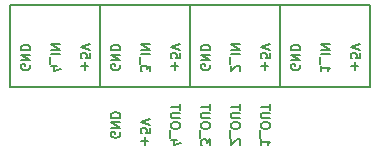
<source format=gbo>
G04 #@! TF.FileFunction,Legend,Bot*
%FSLAX46Y46*%
G04 Gerber Fmt 4.6, Leading zero omitted, Abs format (unit mm)*
G04 Created by KiCad (PCBNEW 4.0.6) date Wednesday, December 20, 2017 'PMt' 01:59:56 PM*
%MOMM*%
%LPD*%
G01*
G04 APERTURE LIST*
%ADD10C,0.100000*%
%ADD11C,0.200000*%
G04 APERTURE END LIST*
D10*
D11*
X143510000Y-100330000D02*
X151130000Y-100330000D01*
X143510000Y-107315000D02*
X143510000Y-100330000D01*
X151130000Y-107315000D02*
X143510000Y-107315000D01*
X151130000Y-107315000D02*
X158750000Y-107315000D01*
X151130000Y-100330000D02*
X151130000Y-107315000D01*
X158750000Y-100330000D02*
X151130000Y-100330000D01*
X158750000Y-107315000D02*
X166370000Y-107315000D01*
X158750000Y-100330000D02*
X158750000Y-107315000D01*
X159385000Y-100330000D02*
X158750000Y-100330000D01*
X166370000Y-100330000D02*
X159385000Y-100330000D01*
X173990000Y-100330000D02*
X166370000Y-100330000D01*
X173990000Y-107315000D02*
X173990000Y-100330000D01*
X166370000Y-107315000D02*
X173990000Y-107315000D01*
X166370000Y-100330000D02*
X166370000Y-107315000D01*
X164738095Y-111709047D02*
X164738095Y-112166190D01*
X164738095Y-111937619D02*
X165538095Y-111937619D01*
X165423810Y-112013809D01*
X165347619Y-112090000D01*
X165309524Y-112166190D01*
X164661905Y-111556666D02*
X164661905Y-110947142D01*
X165538095Y-110604285D02*
X165538095Y-110451904D01*
X165500000Y-110375713D01*
X165423810Y-110299523D01*
X165271429Y-110261428D01*
X165004762Y-110261428D01*
X164852381Y-110299523D01*
X164776190Y-110375713D01*
X164738095Y-110451904D01*
X164738095Y-110604285D01*
X164776190Y-110680475D01*
X164852381Y-110756666D01*
X165004762Y-110794761D01*
X165271429Y-110794761D01*
X165423810Y-110756666D01*
X165500000Y-110680475D01*
X165538095Y-110604285D01*
X165538095Y-109918571D02*
X164890476Y-109918571D01*
X164814286Y-109880476D01*
X164776190Y-109842380D01*
X164738095Y-109766190D01*
X164738095Y-109613809D01*
X164776190Y-109537618D01*
X164814286Y-109499523D01*
X164890476Y-109461428D01*
X165538095Y-109461428D01*
X165538095Y-109194762D02*
X165538095Y-108737619D01*
X164738095Y-108966190D02*
X165538095Y-108966190D01*
X162921905Y-112166190D02*
X162960000Y-112128095D01*
X162998095Y-112051904D01*
X162998095Y-111861428D01*
X162960000Y-111785238D01*
X162921905Y-111747142D01*
X162845714Y-111709047D01*
X162769524Y-111709047D01*
X162655238Y-111747142D01*
X162198095Y-112204285D01*
X162198095Y-111709047D01*
X162121905Y-111556666D02*
X162121905Y-110947142D01*
X162998095Y-110604285D02*
X162998095Y-110451904D01*
X162960000Y-110375713D01*
X162883810Y-110299523D01*
X162731429Y-110261428D01*
X162464762Y-110261428D01*
X162312381Y-110299523D01*
X162236190Y-110375713D01*
X162198095Y-110451904D01*
X162198095Y-110604285D01*
X162236190Y-110680475D01*
X162312381Y-110756666D01*
X162464762Y-110794761D01*
X162731429Y-110794761D01*
X162883810Y-110756666D01*
X162960000Y-110680475D01*
X162998095Y-110604285D01*
X162998095Y-109918571D02*
X162350476Y-109918571D01*
X162274286Y-109880476D01*
X162236190Y-109842380D01*
X162198095Y-109766190D01*
X162198095Y-109613809D01*
X162236190Y-109537618D01*
X162274286Y-109499523D01*
X162350476Y-109461428D01*
X162998095Y-109461428D01*
X162998095Y-109194762D02*
X162998095Y-108737619D01*
X162198095Y-108966190D02*
X162998095Y-108966190D01*
X160458095Y-112204285D02*
X160458095Y-111709047D01*
X160153333Y-111975714D01*
X160153333Y-111861428D01*
X160115238Y-111785238D01*
X160077143Y-111747142D01*
X160000952Y-111709047D01*
X159810476Y-111709047D01*
X159734286Y-111747142D01*
X159696190Y-111785238D01*
X159658095Y-111861428D01*
X159658095Y-112090000D01*
X159696190Y-112166190D01*
X159734286Y-112204285D01*
X159581905Y-111556666D02*
X159581905Y-110947142D01*
X160458095Y-110604285D02*
X160458095Y-110451904D01*
X160420000Y-110375713D01*
X160343810Y-110299523D01*
X160191429Y-110261428D01*
X159924762Y-110261428D01*
X159772381Y-110299523D01*
X159696190Y-110375713D01*
X159658095Y-110451904D01*
X159658095Y-110604285D01*
X159696190Y-110680475D01*
X159772381Y-110756666D01*
X159924762Y-110794761D01*
X160191429Y-110794761D01*
X160343810Y-110756666D01*
X160420000Y-110680475D01*
X160458095Y-110604285D01*
X160458095Y-109918571D02*
X159810476Y-109918571D01*
X159734286Y-109880476D01*
X159696190Y-109842380D01*
X159658095Y-109766190D01*
X159658095Y-109613809D01*
X159696190Y-109537618D01*
X159734286Y-109499523D01*
X159810476Y-109461428D01*
X160458095Y-109461428D01*
X160458095Y-109194762D02*
X160458095Y-108737619D01*
X159658095Y-108966190D02*
X160458095Y-108966190D01*
X157651429Y-111785238D02*
X157118095Y-111785238D01*
X157956190Y-111975714D02*
X157384762Y-112166190D01*
X157384762Y-111670952D01*
X157041905Y-111556666D02*
X157041905Y-110947142D01*
X157918095Y-110604285D02*
X157918095Y-110451904D01*
X157880000Y-110375713D01*
X157803810Y-110299523D01*
X157651429Y-110261428D01*
X157384762Y-110261428D01*
X157232381Y-110299523D01*
X157156190Y-110375713D01*
X157118095Y-110451904D01*
X157118095Y-110604285D01*
X157156190Y-110680475D01*
X157232381Y-110756666D01*
X157384762Y-110794761D01*
X157651429Y-110794761D01*
X157803810Y-110756666D01*
X157880000Y-110680475D01*
X157918095Y-110604285D01*
X157918095Y-109918571D02*
X157270476Y-109918571D01*
X157194286Y-109880476D01*
X157156190Y-109842380D01*
X157118095Y-109766190D01*
X157118095Y-109613809D01*
X157156190Y-109537618D01*
X157194286Y-109499523D01*
X157270476Y-109461428D01*
X157918095Y-109461428D01*
X157918095Y-109194762D02*
X157918095Y-108737619D01*
X157118095Y-108966190D02*
X157918095Y-108966190D01*
X172662857Y-105803571D02*
X172662857Y-105194047D01*
X172358095Y-105498809D02*
X172967619Y-105498809D01*
X173158095Y-104432142D02*
X173158095Y-104813095D01*
X172777143Y-104851190D01*
X172815238Y-104813095D01*
X172853333Y-104736904D01*
X172853333Y-104546428D01*
X172815238Y-104470238D01*
X172777143Y-104432142D01*
X172700952Y-104394047D01*
X172510476Y-104394047D01*
X172434286Y-104432142D01*
X172396190Y-104470238D01*
X172358095Y-104546428D01*
X172358095Y-104736904D01*
X172396190Y-104813095D01*
X172434286Y-104851190D01*
X173158095Y-104165476D02*
X172358095Y-103898809D01*
X173158095Y-103632142D01*
X168040000Y-105384523D02*
X168078095Y-105460714D01*
X168078095Y-105574999D01*
X168040000Y-105689285D01*
X167963810Y-105765476D01*
X167887619Y-105803571D01*
X167735238Y-105841666D01*
X167620952Y-105841666D01*
X167468571Y-105803571D01*
X167392381Y-105765476D01*
X167316190Y-105689285D01*
X167278095Y-105574999D01*
X167278095Y-105498809D01*
X167316190Y-105384523D01*
X167354286Y-105346428D01*
X167620952Y-105346428D01*
X167620952Y-105498809D01*
X167278095Y-105003571D02*
X168078095Y-105003571D01*
X167278095Y-104546428D01*
X168078095Y-104546428D01*
X167278095Y-104165476D02*
X168078095Y-104165476D01*
X168078095Y-103975000D01*
X168040000Y-103860714D01*
X167963810Y-103784523D01*
X167887619Y-103746428D01*
X167735238Y-103708333D01*
X167620952Y-103708333D01*
X167468571Y-103746428D01*
X167392381Y-103784523D01*
X167316190Y-103860714D01*
X167278095Y-103975000D01*
X167278095Y-104165476D01*
X165042857Y-105803571D02*
X165042857Y-105194047D01*
X164738095Y-105498809D02*
X165347619Y-105498809D01*
X165538095Y-104432142D02*
X165538095Y-104813095D01*
X165157143Y-104851190D01*
X165195238Y-104813095D01*
X165233333Y-104736904D01*
X165233333Y-104546428D01*
X165195238Y-104470238D01*
X165157143Y-104432142D01*
X165080952Y-104394047D01*
X164890476Y-104394047D01*
X164814286Y-104432142D01*
X164776190Y-104470238D01*
X164738095Y-104546428D01*
X164738095Y-104736904D01*
X164776190Y-104813095D01*
X164814286Y-104851190D01*
X165538095Y-104165476D02*
X164738095Y-103898809D01*
X165538095Y-103632142D01*
X160420000Y-105384523D02*
X160458095Y-105460714D01*
X160458095Y-105574999D01*
X160420000Y-105689285D01*
X160343810Y-105765476D01*
X160267619Y-105803571D01*
X160115238Y-105841666D01*
X160000952Y-105841666D01*
X159848571Y-105803571D01*
X159772381Y-105765476D01*
X159696190Y-105689285D01*
X159658095Y-105574999D01*
X159658095Y-105498809D01*
X159696190Y-105384523D01*
X159734286Y-105346428D01*
X160000952Y-105346428D01*
X160000952Y-105498809D01*
X159658095Y-105003571D02*
X160458095Y-105003571D01*
X159658095Y-104546428D01*
X160458095Y-104546428D01*
X159658095Y-104165476D02*
X160458095Y-104165476D01*
X160458095Y-103975000D01*
X160420000Y-103860714D01*
X160343810Y-103784523D01*
X160267619Y-103746428D01*
X160115238Y-103708333D01*
X160000952Y-103708333D01*
X159848571Y-103746428D01*
X159772381Y-103784523D01*
X159696190Y-103860714D01*
X159658095Y-103975000D01*
X159658095Y-104165476D01*
X157422857Y-105803571D02*
X157422857Y-105194047D01*
X157118095Y-105498809D02*
X157727619Y-105498809D01*
X157918095Y-104432142D02*
X157918095Y-104813095D01*
X157537143Y-104851190D01*
X157575238Y-104813095D01*
X157613333Y-104736904D01*
X157613333Y-104546428D01*
X157575238Y-104470238D01*
X157537143Y-104432142D01*
X157460952Y-104394047D01*
X157270476Y-104394047D01*
X157194286Y-104432142D01*
X157156190Y-104470238D01*
X157118095Y-104546428D01*
X157118095Y-104736904D01*
X157156190Y-104813095D01*
X157194286Y-104851190D01*
X157918095Y-104165476D02*
X157118095Y-103898809D01*
X157918095Y-103632142D01*
X152800000Y-105384523D02*
X152838095Y-105460714D01*
X152838095Y-105574999D01*
X152800000Y-105689285D01*
X152723810Y-105765476D01*
X152647619Y-105803571D01*
X152495238Y-105841666D01*
X152380952Y-105841666D01*
X152228571Y-105803571D01*
X152152381Y-105765476D01*
X152076190Y-105689285D01*
X152038095Y-105574999D01*
X152038095Y-105498809D01*
X152076190Y-105384523D01*
X152114286Y-105346428D01*
X152380952Y-105346428D01*
X152380952Y-105498809D01*
X152038095Y-105003571D02*
X152838095Y-105003571D01*
X152038095Y-104546428D01*
X152838095Y-104546428D01*
X152038095Y-104165476D02*
X152838095Y-104165476D01*
X152838095Y-103975000D01*
X152800000Y-103860714D01*
X152723810Y-103784523D01*
X152647619Y-103746428D01*
X152495238Y-103708333D01*
X152380952Y-103708333D01*
X152228571Y-103746428D01*
X152152381Y-103784523D01*
X152076190Y-103860714D01*
X152038095Y-103975000D01*
X152038095Y-104165476D01*
X155378095Y-105955952D02*
X155378095Y-105460714D01*
X155073333Y-105727381D01*
X155073333Y-105613095D01*
X155035238Y-105536905D01*
X154997143Y-105498809D01*
X154920952Y-105460714D01*
X154730476Y-105460714D01*
X154654286Y-105498809D01*
X154616190Y-105536905D01*
X154578095Y-105613095D01*
X154578095Y-105841667D01*
X154616190Y-105917857D01*
X154654286Y-105955952D01*
X154501905Y-105308333D02*
X154501905Y-104698809D01*
X154578095Y-104508333D02*
X155378095Y-104508333D01*
X154578095Y-104127381D02*
X155378095Y-104127381D01*
X154578095Y-103670238D01*
X155378095Y-103670238D01*
X162921905Y-105917857D02*
X162960000Y-105879762D01*
X162998095Y-105803571D01*
X162998095Y-105613095D01*
X162960000Y-105536905D01*
X162921905Y-105498809D01*
X162845714Y-105460714D01*
X162769524Y-105460714D01*
X162655238Y-105498809D01*
X162198095Y-105955952D01*
X162198095Y-105460714D01*
X162121905Y-105308333D02*
X162121905Y-104698809D01*
X162198095Y-104508333D02*
X162998095Y-104508333D01*
X162198095Y-104127381D02*
X162998095Y-104127381D01*
X162198095Y-103670238D01*
X162998095Y-103670238D01*
X169818095Y-105460714D02*
X169818095Y-105917857D01*
X169818095Y-105689286D02*
X170618095Y-105689286D01*
X170503810Y-105765476D01*
X170427619Y-105841667D01*
X170389524Y-105917857D01*
X169741905Y-105308333D02*
X169741905Y-104698809D01*
X169818095Y-104508333D02*
X170618095Y-104508333D01*
X169818095Y-104127381D02*
X170618095Y-104127381D01*
X169818095Y-103670238D01*
X170618095Y-103670238D01*
X147491429Y-105536905D02*
X146958095Y-105536905D01*
X147796190Y-105727381D02*
X147224762Y-105917857D01*
X147224762Y-105422619D01*
X146881905Y-105308333D02*
X146881905Y-104698809D01*
X146958095Y-104508333D02*
X147758095Y-104508333D01*
X146958095Y-104127381D02*
X147758095Y-104127381D01*
X146958095Y-103670238D01*
X147758095Y-103670238D01*
X149802857Y-105803571D02*
X149802857Y-105194047D01*
X149498095Y-105498809D02*
X150107619Y-105498809D01*
X150298095Y-104432142D02*
X150298095Y-104813095D01*
X149917143Y-104851190D01*
X149955238Y-104813095D01*
X149993333Y-104736904D01*
X149993333Y-104546428D01*
X149955238Y-104470238D01*
X149917143Y-104432142D01*
X149840952Y-104394047D01*
X149650476Y-104394047D01*
X149574286Y-104432142D01*
X149536190Y-104470238D01*
X149498095Y-104546428D01*
X149498095Y-104736904D01*
X149536190Y-104813095D01*
X149574286Y-104851190D01*
X150298095Y-104165476D02*
X149498095Y-103898809D01*
X150298095Y-103632142D01*
X145180000Y-105384523D02*
X145218095Y-105460714D01*
X145218095Y-105574999D01*
X145180000Y-105689285D01*
X145103810Y-105765476D01*
X145027619Y-105803571D01*
X144875238Y-105841666D01*
X144760952Y-105841666D01*
X144608571Y-105803571D01*
X144532381Y-105765476D01*
X144456190Y-105689285D01*
X144418095Y-105574999D01*
X144418095Y-105498809D01*
X144456190Y-105384523D01*
X144494286Y-105346428D01*
X144760952Y-105346428D01*
X144760952Y-105498809D01*
X144418095Y-105003571D02*
X145218095Y-105003571D01*
X144418095Y-104546428D01*
X145218095Y-104546428D01*
X144418095Y-104165476D02*
X145218095Y-104165476D01*
X145218095Y-103975000D01*
X145180000Y-103860714D01*
X145103810Y-103784523D01*
X145027619Y-103746428D01*
X144875238Y-103708333D01*
X144760952Y-103708333D01*
X144608571Y-103746428D01*
X144532381Y-103784523D01*
X144456190Y-103860714D01*
X144418095Y-103975000D01*
X144418095Y-104165476D01*
X152800000Y-111099523D02*
X152838095Y-111175714D01*
X152838095Y-111289999D01*
X152800000Y-111404285D01*
X152723810Y-111480476D01*
X152647619Y-111518571D01*
X152495238Y-111556666D01*
X152380952Y-111556666D01*
X152228571Y-111518571D01*
X152152381Y-111480476D01*
X152076190Y-111404285D01*
X152038095Y-111289999D01*
X152038095Y-111213809D01*
X152076190Y-111099523D01*
X152114286Y-111061428D01*
X152380952Y-111061428D01*
X152380952Y-111213809D01*
X152038095Y-110718571D02*
X152838095Y-110718571D01*
X152038095Y-110261428D01*
X152838095Y-110261428D01*
X152038095Y-109880476D02*
X152838095Y-109880476D01*
X152838095Y-109690000D01*
X152800000Y-109575714D01*
X152723810Y-109499523D01*
X152647619Y-109461428D01*
X152495238Y-109423333D01*
X152380952Y-109423333D01*
X152228571Y-109461428D01*
X152152381Y-109499523D01*
X152076190Y-109575714D01*
X152038095Y-109690000D01*
X152038095Y-109880476D01*
X154882857Y-112153571D02*
X154882857Y-111544047D01*
X154578095Y-111848809D02*
X155187619Y-111848809D01*
X155378095Y-110782142D02*
X155378095Y-111163095D01*
X154997143Y-111201190D01*
X155035238Y-111163095D01*
X155073333Y-111086904D01*
X155073333Y-110896428D01*
X155035238Y-110820238D01*
X154997143Y-110782142D01*
X154920952Y-110744047D01*
X154730476Y-110744047D01*
X154654286Y-110782142D01*
X154616190Y-110820238D01*
X154578095Y-110896428D01*
X154578095Y-111086904D01*
X154616190Y-111163095D01*
X154654286Y-111201190D01*
X155378095Y-110515476D02*
X154578095Y-110248809D01*
X155378095Y-109982142D01*
M02*

</source>
